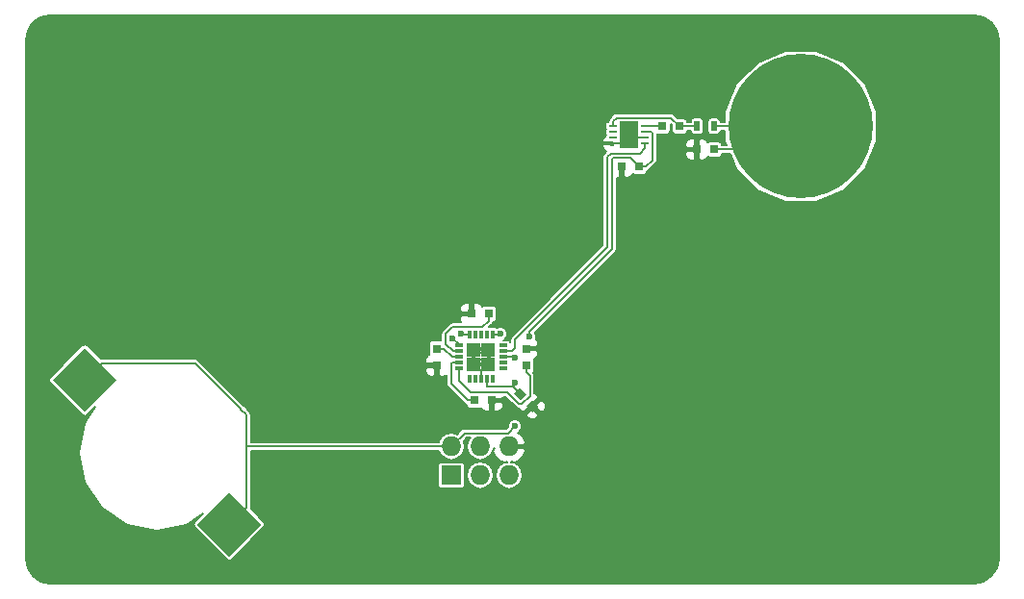
<source format=gtl>
G04 #@! TF.FileFunction,Copper,L1,Top,Signal*
%FSLAX46Y46*%
G04 Gerber Fmt 4.6, Leading zero omitted, Abs format (unit mm)*
G04 Created by KiCad (PCBNEW 4.0.5+dfsg1-4) date Tue Aug  8 22:54:49 2017*
%MOMM*%
%LPD*%
G01*
G04 APERTURE LIST*
%ADD10C,0.100000*%
%ADD11R,0.797560X0.797560*%
%ADD12R,0.730000X0.300000*%
%ADD13R,0.300000X0.730000*%
%ADD14R,1.250000X1.250000*%
%ADD15R,0.800000X0.750000*%
%ADD16R,0.500000X0.900000*%
%ADD17R,0.700000X0.250000*%
%ADD18R,0.830000X1.190000*%
%ADD19C,12.700000*%
%ADD20R,1.727200X1.727200*%
%ADD21O,1.727200X1.727200*%
%ADD22C,0.600000*%
%ADD23C,0.203200*%
G04 APERTURE END LIST*
D10*
G36*
X152569332Y-104839662D02*
X153099662Y-104309332D01*
X153665348Y-104875018D01*
X153135018Y-105405348D01*
X152569332Y-104839662D01*
X152569332Y-104839662D01*
G37*
G36*
X153629992Y-105900322D02*
X154160322Y-105369992D01*
X154726008Y-105935678D01*
X154195678Y-106466008D01*
X153629992Y-105900322D01*
X153629992Y-105900322D01*
G37*
D11*
X153670000Y-102349300D03*
X153670000Y-100850700D03*
X149110700Y-105410000D03*
X150609300Y-105410000D03*
X145796000Y-100850700D03*
X145796000Y-102349300D03*
X150355300Y-97790000D03*
X148856700Y-97790000D03*
D12*
X147708000Y-100584000D03*
X147708000Y-101084000D03*
X147708000Y-101584000D03*
X147708000Y-102084000D03*
X147708000Y-102584000D03*
D13*
X148673000Y-103549000D03*
X149173000Y-103549000D03*
X149673000Y-103549000D03*
X150173000Y-103549000D03*
X150673000Y-103549000D03*
D12*
X151638000Y-102584000D03*
X151638000Y-102084000D03*
X151638000Y-101584000D03*
X151638000Y-101084000D03*
X151638000Y-100584000D03*
D13*
X150673000Y-99619000D03*
X150173000Y-99619000D03*
X149673000Y-99619000D03*
X149173000Y-99619000D03*
X148673000Y-99619000D03*
D14*
X150298000Y-102209000D03*
X150298000Y-100959000D03*
X149048000Y-102209000D03*
X149048000Y-100959000D03*
D10*
G36*
X130364349Y-116359922D02*
X127535922Y-119188349D01*
X124707495Y-116359922D01*
X127535922Y-113531495D01*
X130364349Y-116359922D01*
X130364349Y-116359922D01*
G37*
G36*
X117636427Y-103632000D02*
X114808000Y-106460427D01*
X111979573Y-103632000D01*
X114808000Y-100803573D01*
X117636427Y-103632000D01*
X117636427Y-103632000D01*
G37*
D15*
X162064000Y-84836000D03*
X163564000Y-84836000D03*
X167120000Y-81280000D03*
X165620000Y-81280000D03*
X170168000Y-83312000D03*
X168668000Y-83312000D03*
D16*
X170168000Y-81280000D03*
X168668000Y-81280000D03*
D17*
X161284000Y-81280000D03*
X161284000Y-81780000D03*
X161284000Y-82280000D03*
X161284000Y-82780000D03*
X164084000Y-82780000D03*
X164084000Y-82280000D03*
X164084000Y-81780000D03*
X164084000Y-81280000D03*
D18*
X163099000Y-82625000D03*
X163099000Y-81435000D03*
X162269000Y-82625000D03*
X162269000Y-81435000D03*
D19*
X177800000Y-81280000D03*
D20*
X147066000Y-112014000D03*
D21*
X147066000Y-109474000D03*
X149606000Y-112014000D03*
X149606000Y-109474000D03*
X152146000Y-112014000D03*
X152146000Y-109474000D03*
D22*
X153924000Y-99822000D03*
X152654000Y-107696000D03*
X152654000Y-103886000D03*
X149048000Y-102209000D03*
X149048000Y-101188800D03*
X147162800Y-99941805D03*
X152668270Y-101629933D03*
X147866177Y-99553999D03*
X151384000Y-99568000D03*
D23*
X129020845Y-114874999D02*
X129020845Y-109474000D01*
X129020845Y-109474000D02*
X129020845Y-106680000D01*
X147066000Y-109474000D02*
X129020845Y-109474000D01*
X116292923Y-102147077D02*
X124499077Y-102147077D01*
X114808000Y-103632000D02*
X116292923Y-102147077D01*
X124499077Y-102147077D02*
X128524000Y-106172000D01*
X128524000Y-106172000D02*
X128524000Y-106183155D01*
X128524000Y-106183155D02*
X129020845Y-106680000D01*
X127535922Y-116359922D02*
X129020845Y-114874999D01*
X153924000Y-99822000D02*
X153924000Y-99380750D01*
X153924000Y-99380750D02*
X161188409Y-92116341D01*
X152044401Y-108305599D02*
X152654000Y-107696000D01*
X147066000Y-109474000D02*
X148234401Y-108305599D01*
X148234401Y-108305599D02*
X152044401Y-108305599D01*
X152146000Y-104218801D02*
X150274601Y-104218801D01*
X152478801Y-104218801D02*
X152146000Y-104218801D01*
X152478801Y-104218801D02*
X152654000Y-104043602D01*
X152654000Y-104043602D02*
X152654000Y-103886000D01*
X161188410Y-91694000D02*
X161188409Y-92116341D01*
X161188410Y-84175590D02*
X161188410Y-91694000D01*
X162777000Y-84074000D02*
X161290000Y-84074000D01*
X161290000Y-84074000D02*
X161188410Y-84175590D01*
X163564000Y-84836000D02*
X163539000Y-84836000D01*
X163539000Y-84836000D02*
X162777000Y-84074000D01*
X153117340Y-104857340D02*
X152478801Y-104218801D01*
X150274601Y-104218801D02*
X150218199Y-104162399D01*
X150218199Y-104162399D02*
X150218199Y-103594199D01*
X150218199Y-103594199D02*
X150173000Y-103549000D01*
X163564000Y-84836000D02*
X164167200Y-84836000D01*
X164167200Y-84836000D02*
X164738801Y-84264399D01*
X164738801Y-84264399D02*
X164738801Y-81881601D01*
X164738801Y-81881601D02*
X164637200Y-81780000D01*
X164637200Y-81780000D02*
X164084000Y-81780000D01*
X150298000Y-100959000D02*
X150743000Y-100959000D01*
X149048000Y-102209000D02*
X149673000Y-102834000D01*
X149673000Y-102834000D02*
X149673000Y-103549000D01*
X150298000Y-102209000D02*
X150298000Y-101380800D01*
X150129660Y-101365410D02*
X149953050Y-101188800D01*
X150298000Y-101380800D02*
X150282610Y-101365410D01*
X150282610Y-101365410D02*
X150129660Y-101365410D01*
X149953050Y-101188800D02*
X149048000Y-101188800D01*
X150298000Y-102209000D02*
X149891591Y-101802591D01*
X149891591Y-101802591D02*
X148879659Y-101802591D01*
X148879659Y-101802591D02*
X148641591Y-102040659D01*
X148641591Y-102040659D02*
X148641591Y-102209000D01*
X149048000Y-100959000D02*
X149048000Y-101188800D01*
X162269000Y-81435000D02*
X163099000Y-81435000D01*
X162269000Y-82625000D02*
X162269000Y-81435000D01*
X163099000Y-82625000D02*
X162269000Y-82625000D01*
X163099000Y-81435000D02*
X163099000Y-82625000D01*
X161284000Y-82780000D02*
X162114000Y-82780000D01*
X162114000Y-82780000D02*
X162269000Y-82625000D01*
X164084000Y-82280000D02*
X163444000Y-82280000D01*
X163444000Y-82280000D02*
X163099000Y-82625000D01*
X147708000Y-102584000D02*
X147708000Y-103647642D01*
X147708000Y-103647642D02*
X148766777Y-104706419D01*
X148766777Y-104706419D02*
X152005021Y-104706419D01*
X153008760Y-105710158D02*
X153261276Y-105710158D01*
X152005021Y-104706419D02*
X153008760Y-105710158D01*
X153970158Y-105001276D02*
X153970158Y-103251438D01*
X153261276Y-105710158D02*
X153970158Y-105001276D01*
X153970158Y-103251438D02*
X153670000Y-102951280D01*
X153670000Y-102951280D02*
X153670000Y-102349300D01*
X147708000Y-102084000D02*
X147144358Y-102084000D01*
X147144358Y-102084000D02*
X147038199Y-102190159D01*
X147038199Y-102190159D02*
X147038199Y-103939479D01*
X147038199Y-103939479D02*
X148508720Y-105410000D01*
X148508720Y-105410000D02*
X149110700Y-105410000D01*
X145796000Y-100850700D02*
X146397980Y-100850700D01*
X146397980Y-100850700D02*
X147131280Y-101584000D01*
X147131280Y-101584000D02*
X147139800Y-101584000D01*
X147139800Y-101584000D02*
X147708000Y-101584000D01*
X147708000Y-101084000D02*
X147206030Y-101084000D01*
X147206030Y-101084000D02*
X146558000Y-100435970D01*
X146558000Y-100435970D02*
X146558000Y-99568000D01*
X150355300Y-98391980D02*
X150355300Y-97790000D01*
X146558000Y-99568000D02*
X147176801Y-98949199D01*
X147176801Y-98949199D02*
X149798081Y-98949199D01*
X149798081Y-98949199D02*
X150355300Y-98391980D01*
X147708000Y-100584000D02*
X147708000Y-100487005D01*
X147708000Y-100487005D02*
X147162800Y-99941805D01*
X151638000Y-101584000D02*
X152622337Y-101584000D01*
X152622337Y-101584000D02*
X152668270Y-101629933D01*
X148673000Y-99619000D02*
X147931178Y-99619000D01*
X147931178Y-99619000D02*
X147866177Y-99553999D01*
X150673000Y-99619000D02*
X151333000Y-99619000D01*
X151333000Y-99619000D02*
X151384000Y-99568000D01*
X161284000Y-81280000D02*
X161284000Y-80861358D01*
X161284000Y-80861358D02*
X161610159Y-80535199D01*
X161610159Y-80535199D02*
X166350199Y-80535199D01*
X166350199Y-80535199D02*
X167095000Y-81280000D01*
X167095000Y-81280000D02*
X167120000Y-81280000D01*
X168668000Y-81280000D02*
X167120000Y-81280000D01*
X164084000Y-81280000D02*
X165620000Y-81280000D01*
X177800000Y-81280000D02*
X175768000Y-83312000D01*
X175768000Y-83312000D02*
X170168000Y-83312000D01*
X170168000Y-81280000D02*
X177800000Y-81280000D01*
X151638000Y-101084000D02*
X152408000Y-101084000D01*
X152408000Y-101084000D02*
X152654000Y-100838000D01*
X163615052Y-83667590D02*
X164084000Y-83198642D01*
X152654000Y-100838000D02*
X152654000Y-100076000D01*
X152654000Y-100076000D02*
X160782000Y-91948000D01*
X160782000Y-91948000D02*
X160782000Y-83977000D01*
X160782000Y-83977000D02*
X161091410Y-83667590D01*
X161091410Y-83667590D02*
X163615052Y-83667590D01*
X164084000Y-83198642D02*
X164084000Y-83108200D01*
X164084000Y-83108200D02*
X164084000Y-82780000D01*
G36*
X193863825Y-71671109D02*
X194562230Y-72137768D01*
X195028891Y-72836176D01*
X195200200Y-73697405D01*
X195200200Y-119342595D01*
X195028891Y-120203824D01*
X194562230Y-120902232D01*
X193863825Y-121368891D01*
X193002595Y-121540200D01*
X111797405Y-121540200D01*
X110936176Y-121368891D01*
X110237768Y-120902230D01*
X109771109Y-120203825D01*
X109599800Y-119342595D01*
X109599800Y-103627707D01*
X111668832Y-103627707D01*
X111691643Y-103748941D01*
X111759825Y-103851748D01*
X114588252Y-106680175D01*
X114683149Y-106745016D01*
X114803707Y-106771168D01*
X114924941Y-106748357D01*
X115027748Y-106680175D01*
X115764510Y-105943413D01*
X114815855Y-107363176D01*
X114292161Y-109995961D01*
X114815855Y-112628746D01*
X116307208Y-114860714D01*
X118539176Y-116352067D01*
X121171961Y-116875761D01*
X123804746Y-116352067D01*
X125224509Y-115403412D01*
X124487747Y-116140174D01*
X124422906Y-116235071D01*
X124396754Y-116355629D01*
X124419565Y-116476863D01*
X124487747Y-116579670D01*
X127316174Y-119408097D01*
X127411071Y-119472938D01*
X127531629Y-119499090D01*
X127652863Y-119476279D01*
X127755670Y-119408097D01*
X130584097Y-116579670D01*
X130648938Y-116484773D01*
X130675090Y-116364215D01*
X130652279Y-116242981D01*
X130584097Y-116140174D01*
X129409273Y-114965350D01*
X129427245Y-114874999D01*
X129427245Y-111150400D01*
X145891629Y-111150400D01*
X145891629Y-112877600D01*
X145912882Y-112990552D01*
X145979637Y-113094292D01*
X146081493Y-113163887D01*
X146202400Y-113188371D01*
X147929600Y-113188371D01*
X148042552Y-113167118D01*
X148146292Y-113100363D01*
X148215887Y-112998507D01*
X148240371Y-112877600D01*
X148240371Y-111991110D01*
X148437600Y-111991110D01*
X148437600Y-112036890D01*
X148526539Y-112484017D01*
X148779816Y-112863074D01*
X149158873Y-113116351D01*
X149606000Y-113205290D01*
X150053127Y-113116351D01*
X150432184Y-112863074D01*
X150685461Y-112484017D01*
X150774400Y-112036890D01*
X150774400Y-111991110D01*
X150685461Y-111543983D01*
X150432184Y-111164926D01*
X150053127Y-110911649D01*
X149606000Y-110822710D01*
X149158873Y-110911649D01*
X148779816Y-111164926D01*
X148526539Y-111543983D01*
X148437600Y-111991110D01*
X148240371Y-111991110D01*
X148240371Y-111150400D01*
X148219118Y-111037448D01*
X148152363Y-110933708D01*
X148050507Y-110864113D01*
X147929600Y-110839629D01*
X146202400Y-110839629D01*
X146089448Y-110860882D01*
X145985708Y-110927637D01*
X145916113Y-111029493D01*
X145891629Y-111150400D01*
X129427245Y-111150400D01*
X129427245Y-109880400D01*
X145973885Y-109880400D01*
X145986539Y-109944017D01*
X146239816Y-110323074D01*
X146618873Y-110576351D01*
X147066000Y-110665290D01*
X147513127Y-110576351D01*
X147892184Y-110323074D01*
X148145461Y-109944017D01*
X148234400Y-109496890D01*
X148234400Y-109451110D01*
X148145461Y-109003983D01*
X148131559Y-108983177D01*
X148402738Y-108711999D01*
X148721636Y-108711999D01*
X148526539Y-109003983D01*
X148437600Y-109451110D01*
X148437600Y-109496890D01*
X148526539Y-109944017D01*
X148779816Y-110323074D01*
X149158873Y-110576351D01*
X149606000Y-110665290D01*
X150053127Y-110576351D01*
X150432184Y-110323074D01*
X150685461Y-109944017D01*
X150748638Y-109626402D01*
X150833091Y-109626402D01*
X150722573Y-109853748D01*
X150976248Y-110369563D01*
X151408007Y-110749037D01*
X151766254Y-110897415D01*
X151993598Y-110785979D01*
X151993598Y-110853025D01*
X151698873Y-110911649D01*
X151319816Y-111164926D01*
X151066539Y-111543983D01*
X150977600Y-111991110D01*
X150977600Y-112036890D01*
X151066539Y-112484017D01*
X151319816Y-112863074D01*
X151698873Y-113116351D01*
X152146000Y-113205290D01*
X152593127Y-113116351D01*
X152972184Y-112863074D01*
X153225461Y-112484017D01*
X153314400Y-112036890D01*
X153314400Y-111991110D01*
X153225461Y-111543983D01*
X152972184Y-111164926D01*
X152593127Y-110911649D01*
X152298402Y-110853025D01*
X152298402Y-110785979D01*
X152525746Y-110897415D01*
X152883993Y-110749037D01*
X153315752Y-110369563D01*
X153569427Y-109853748D01*
X153458908Y-109626400D01*
X152298400Y-109626400D01*
X152298400Y-109646400D01*
X151993600Y-109646400D01*
X151993600Y-109626400D01*
X151973600Y-109626400D01*
X151973600Y-109321600D01*
X151993600Y-109321600D01*
X151993600Y-109301600D01*
X152298400Y-109301600D01*
X152298400Y-109321600D01*
X153458908Y-109321600D01*
X153569427Y-109094252D01*
X153315752Y-108578437D01*
X152927644Y-108237328D01*
X152996144Y-108209024D01*
X153166426Y-108039039D01*
X153258695Y-107816830D01*
X153258905Y-107576226D01*
X153167024Y-107353856D01*
X152997039Y-107183574D01*
X152774830Y-107091305D01*
X152534226Y-107091095D01*
X152311856Y-107182976D01*
X152141574Y-107352961D01*
X152049305Y-107575170D01*
X152049173Y-107726091D01*
X151876065Y-107899199D01*
X148234401Y-107899199D01*
X148078879Y-107930133D01*
X147947033Y-108018230D01*
X147561376Y-108403888D01*
X147513127Y-108371649D01*
X147066000Y-108282710D01*
X146618873Y-108371649D01*
X146239816Y-108624926D01*
X145986539Y-109003983D01*
X145973885Y-109067600D01*
X129427245Y-109067600D01*
X129427245Y-106680000D01*
X129414161Y-106614217D01*
X153697309Y-106614217D01*
X153697309Y-106829743D01*
X153850367Y-106982802D01*
X154074421Y-107075608D01*
X154316934Y-107075608D01*
X154540988Y-106982802D01*
X154676369Y-106847421D01*
X154676369Y-106631895D01*
X154178000Y-106133526D01*
X153697309Y-106614217D01*
X129414161Y-106614217D01*
X129396310Y-106524477D01*
X129308213Y-106392632D01*
X128833831Y-105918250D01*
X128811368Y-105884632D01*
X125580836Y-102654100D01*
X144787620Y-102654100D01*
X144787620Y-102869337D01*
X144880426Y-103093391D01*
X145051909Y-103264874D01*
X145275963Y-103357680D01*
X145491200Y-103357680D01*
X145643600Y-103205280D01*
X145643600Y-102501700D01*
X144940020Y-102501700D01*
X144787620Y-102654100D01*
X125580836Y-102654100D01*
X124786445Y-101859709D01*
X124753309Y-101837568D01*
X124740880Y-101829263D01*
X144787620Y-101829263D01*
X144787620Y-102044500D01*
X144940020Y-102196900D01*
X145643600Y-102196900D01*
X145643600Y-102176900D01*
X145948400Y-102176900D01*
X145948400Y-102196900D01*
X145968400Y-102196900D01*
X145968400Y-102501700D01*
X145948400Y-102501700D01*
X145948400Y-103205280D01*
X146100800Y-103357680D01*
X146316037Y-103357680D01*
X146540091Y-103264874D01*
X146631799Y-103173166D01*
X146631799Y-103939479D01*
X146662734Y-104095002D01*
X146707768Y-104162399D01*
X146750831Y-104226847D01*
X148221352Y-105697368D01*
X148353197Y-105785465D01*
X148401149Y-105795003D01*
X148401149Y-105808780D01*
X148422402Y-105921732D01*
X148489157Y-106025472D01*
X148591013Y-106095067D01*
X148711920Y-106119551D01*
X149509480Y-106119551D01*
X149622432Y-106098298D01*
X149660476Y-106073817D01*
X149693726Y-106154091D01*
X149865209Y-106325574D01*
X150089263Y-106418380D01*
X150304500Y-106418380D01*
X150456900Y-106265980D01*
X150456900Y-105562400D01*
X150761700Y-105562400D01*
X150761700Y-106265980D01*
X150914100Y-106418380D01*
X151129337Y-106418380D01*
X151353391Y-106325574D01*
X151524874Y-106154091D01*
X151617680Y-105930037D01*
X151617680Y-105714800D01*
X151465280Y-105562400D01*
X150761700Y-105562400D01*
X150456900Y-105562400D01*
X150436900Y-105562400D01*
X150436900Y-105257600D01*
X150456900Y-105257600D01*
X150456900Y-105237600D01*
X150761700Y-105237600D01*
X150761700Y-105257600D01*
X151465280Y-105257600D01*
X151610061Y-105112819D01*
X151836685Y-105112819D01*
X152721392Y-105997526D01*
X152853237Y-106085623D01*
X153008760Y-106116558D01*
X153059734Y-106116558D01*
X153113198Y-106245633D01*
X153266257Y-106398691D01*
X153481783Y-106398691D01*
X153962474Y-105918000D01*
X154393526Y-105918000D01*
X154891895Y-106416369D01*
X155107421Y-106416369D01*
X155242802Y-106280988D01*
X155335608Y-106056934D01*
X155335608Y-105814421D01*
X155242802Y-105590367D01*
X155089743Y-105437309D01*
X154874217Y-105437309D01*
X154393526Y-105918000D01*
X153962474Y-105918000D01*
X153948332Y-105903858D01*
X154163858Y-105688332D01*
X154178000Y-105702474D01*
X154658691Y-105221783D01*
X154658691Y-105006257D01*
X154505633Y-104853198D01*
X154376558Y-104799734D01*
X154376558Y-103251438D01*
X154363144Y-103184000D01*
X154345624Y-103095916D01*
X154269094Y-102981382D01*
X154285472Y-102970843D01*
X154355067Y-102868987D01*
X154379551Y-102748080D01*
X154379551Y-101950520D01*
X154358298Y-101837568D01*
X154333817Y-101799524D01*
X154414091Y-101766274D01*
X154585574Y-101594791D01*
X154678380Y-101370737D01*
X154678380Y-101155500D01*
X154525980Y-101003100D01*
X153822400Y-101003100D01*
X153822400Y-101023100D01*
X153517600Y-101023100D01*
X153517600Y-101003100D01*
X153497600Y-101003100D01*
X153497600Y-100698300D01*
X153517600Y-100698300D01*
X153517600Y-100678300D01*
X153822400Y-100678300D01*
X153822400Y-100698300D01*
X154525980Y-100698300D01*
X154678380Y-100545900D01*
X154678380Y-100330663D01*
X154585574Y-100106609D01*
X154497330Y-100018365D01*
X154528695Y-99942830D01*
X154528905Y-99702226D01*
X154437024Y-99479856D01*
X154418343Y-99461143D01*
X161475777Y-92403709D01*
X161493300Y-92377485D01*
X161563874Y-92271865D01*
X161594809Y-92116342D01*
X161594810Y-91694001D01*
X161594810Y-85820600D01*
X161759200Y-85820600D01*
X161911600Y-85668200D01*
X161911600Y-84988400D01*
X161891600Y-84988400D01*
X161891600Y-84683600D01*
X161911600Y-84683600D01*
X161911600Y-84663600D01*
X162216400Y-84663600D01*
X162216400Y-84683600D01*
X162236400Y-84683600D01*
X162236400Y-84988400D01*
X162216400Y-84988400D01*
X162216400Y-85668200D01*
X162368800Y-85820600D01*
X162585257Y-85820600D01*
X162809311Y-85727794D01*
X162980794Y-85556311D01*
X163013592Y-85477130D01*
X163043093Y-85497287D01*
X163164000Y-85521771D01*
X163964000Y-85521771D01*
X164076952Y-85500518D01*
X164180692Y-85433763D01*
X164250287Y-85331907D01*
X164272660Y-85221423D01*
X164322723Y-85211465D01*
X164454568Y-85123368D01*
X165026169Y-84551767D01*
X165028264Y-84548632D01*
X165114266Y-84419922D01*
X165145201Y-84264399D01*
X165145201Y-83616800D01*
X167658400Y-83616800D01*
X167658400Y-83808257D01*
X167751206Y-84032311D01*
X167922689Y-84203794D01*
X168146743Y-84296600D01*
X168363200Y-84296600D01*
X168515600Y-84144200D01*
X168515600Y-83464400D01*
X167810800Y-83464400D01*
X167658400Y-83616800D01*
X165145201Y-83616800D01*
X165145201Y-82815743D01*
X167658400Y-82815743D01*
X167658400Y-83007200D01*
X167810800Y-83159600D01*
X168515600Y-83159600D01*
X168515600Y-82479800D01*
X168820400Y-82479800D01*
X168820400Y-83159600D01*
X168840400Y-83159600D01*
X168840400Y-83464400D01*
X168820400Y-83464400D01*
X168820400Y-84144200D01*
X168972800Y-84296600D01*
X169189257Y-84296600D01*
X169413311Y-84203794D01*
X169584794Y-84032311D01*
X169617592Y-83953130D01*
X169647093Y-83973287D01*
X169768000Y-83997771D01*
X170568000Y-83997771D01*
X170680952Y-83976518D01*
X170784692Y-83909763D01*
X170854287Y-83807907D01*
X170872412Y-83718400D01*
X171607023Y-83718400D01*
X172155046Y-85044717D01*
X174025437Y-86918375D01*
X176470471Y-87933642D01*
X179117914Y-87935952D01*
X181564717Y-86924954D01*
X183438375Y-85054563D01*
X184453642Y-82609529D01*
X184455952Y-79962086D01*
X183444954Y-77515283D01*
X181574563Y-75641625D01*
X179129529Y-74626358D01*
X176482086Y-74624048D01*
X174035283Y-75635046D01*
X172161625Y-77505437D01*
X171146358Y-79950471D01*
X171145553Y-80873600D01*
X170728771Y-80873600D01*
X170728771Y-80830000D01*
X170707518Y-80717048D01*
X170640763Y-80613308D01*
X170538907Y-80543713D01*
X170418000Y-80519229D01*
X169918000Y-80519229D01*
X169805048Y-80540482D01*
X169701308Y-80607237D01*
X169631713Y-80709093D01*
X169607229Y-80830000D01*
X169607229Y-81730000D01*
X169628482Y-81842952D01*
X169695237Y-81946692D01*
X169797093Y-82016287D01*
X169918000Y-82040771D01*
X170418000Y-82040771D01*
X170530952Y-82019518D01*
X170634692Y-81952763D01*
X170704287Y-81850907D01*
X170728771Y-81730000D01*
X170728771Y-81686400D01*
X171144843Y-81686400D01*
X171144048Y-82597914D01*
X171271181Y-82905600D01*
X170872863Y-82905600D01*
X170857518Y-82824048D01*
X170790763Y-82720308D01*
X170688907Y-82650713D01*
X170568000Y-82626229D01*
X169768000Y-82626229D01*
X169655048Y-82647482D01*
X169617825Y-82671434D01*
X169584794Y-82591689D01*
X169413311Y-82420206D01*
X169189257Y-82327400D01*
X168972800Y-82327400D01*
X168820400Y-82479800D01*
X168515600Y-82479800D01*
X168363200Y-82327400D01*
X168146743Y-82327400D01*
X167922689Y-82420206D01*
X167751206Y-82591689D01*
X167658400Y-82815743D01*
X165145201Y-82815743D01*
X165145201Y-81950624D01*
X165220000Y-81965771D01*
X166020000Y-81965771D01*
X166132952Y-81944518D01*
X166236692Y-81877763D01*
X166306287Y-81775907D01*
X166330771Y-81655000D01*
X166330771Y-81090507D01*
X166409229Y-81168965D01*
X166409229Y-81655000D01*
X166430482Y-81767952D01*
X166497237Y-81871692D01*
X166599093Y-81941287D01*
X166720000Y-81965771D01*
X167520000Y-81965771D01*
X167632952Y-81944518D01*
X167736692Y-81877763D01*
X167806287Y-81775907D01*
X167824412Y-81686400D01*
X168107229Y-81686400D01*
X168107229Y-81730000D01*
X168128482Y-81842952D01*
X168195237Y-81946692D01*
X168297093Y-82016287D01*
X168418000Y-82040771D01*
X168918000Y-82040771D01*
X169030952Y-82019518D01*
X169134692Y-81952763D01*
X169204287Y-81850907D01*
X169228771Y-81730000D01*
X169228771Y-80830000D01*
X169207518Y-80717048D01*
X169140763Y-80613308D01*
X169038907Y-80543713D01*
X168918000Y-80519229D01*
X168418000Y-80519229D01*
X168305048Y-80540482D01*
X168201308Y-80607237D01*
X168131713Y-80709093D01*
X168107229Y-80830000D01*
X168107229Y-80873600D01*
X167824863Y-80873600D01*
X167809518Y-80792048D01*
X167742763Y-80688308D01*
X167640907Y-80618713D01*
X167520000Y-80594229D01*
X166983965Y-80594229D01*
X166637567Y-80247831D01*
X166611480Y-80230400D01*
X166505722Y-80159734D01*
X166350199Y-80128799D01*
X161610159Y-80128799D01*
X161454636Y-80159734D01*
X161322790Y-80247831D01*
X160996632Y-80573990D01*
X160908535Y-80705835D01*
X160878947Y-80854588D01*
X160821048Y-80865482D01*
X160717308Y-80932237D01*
X160647713Y-81034093D01*
X160623229Y-81155000D01*
X160623229Y-81405000D01*
X160644482Y-81517952D01*
X160651398Y-81528700D01*
X160647713Y-81534093D01*
X160623229Y-81655000D01*
X160623229Y-81905000D01*
X160644482Y-82017952D01*
X160651398Y-82028700D01*
X160647713Y-82034093D01*
X160630104Y-82121052D01*
X160588689Y-82138206D01*
X160417206Y-82309689D01*
X160324400Y-82533743D01*
X160324400Y-82565100D01*
X160476800Y-82717500D01*
X161131600Y-82717500D01*
X161131600Y-82715771D01*
X161244400Y-82715771D01*
X161244400Y-82777402D01*
X161396798Y-82777402D01*
X161269200Y-82905000D01*
X161131600Y-82905000D01*
X161131600Y-82842500D01*
X160476800Y-82842500D01*
X160324400Y-82994900D01*
X160324400Y-83026257D01*
X160417206Y-83250311D01*
X160588689Y-83421794D01*
X160711571Y-83472693D01*
X160494632Y-83689632D01*
X160406535Y-83821477D01*
X160375600Y-83977000D01*
X160375600Y-91779664D01*
X152366632Y-99788632D01*
X152278535Y-99920477D01*
X152247600Y-100076000D01*
X152247600Y-100251244D01*
X152225763Y-100217308D01*
X152123907Y-100147713D01*
X152003000Y-100123229D01*
X151624000Y-100123229D01*
X151726144Y-100081024D01*
X151896426Y-99911039D01*
X151988695Y-99688830D01*
X151988905Y-99448226D01*
X151897024Y-99225856D01*
X151727039Y-99055574D01*
X151504830Y-98963305D01*
X151264226Y-98963095D01*
X151053924Y-99049990D01*
X151045763Y-99037308D01*
X150943907Y-98967713D01*
X150823000Y-98943229D01*
X150523000Y-98943229D01*
X150419328Y-98962736D01*
X150369392Y-98952624D01*
X150642668Y-98679348D01*
X150664964Y-98645980D01*
X150730765Y-98547503D01*
X150740303Y-98499551D01*
X150754080Y-98499551D01*
X150867032Y-98478298D01*
X150970772Y-98411543D01*
X151040367Y-98309687D01*
X151064851Y-98188780D01*
X151064851Y-97391220D01*
X151043598Y-97278268D01*
X150976843Y-97174528D01*
X150874987Y-97104933D01*
X150754080Y-97080449D01*
X149956520Y-97080449D01*
X149843568Y-97101702D01*
X149805524Y-97126183D01*
X149772274Y-97045909D01*
X149600791Y-96874426D01*
X149376737Y-96781620D01*
X149161500Y-96781620D01*
X149009100Y-96934020D01*
X149009100Y-97637600D01*
X149029100Y-97637600D01*
X149029100Y-97942400D01*
X149009100Y-97942400D01*
X149009100Y-97962400D01*
X148704300Y-97962400D01*
X148704300Y-97942400D01*
X148000720Y-97942400D01*
X147848320Y-98094800D01*
X147848320Y-98310037D01*
X147941126Y-98534091D01*
X147949834Y-98542799D01*
X147176801Y-98542799D01*
X147021278Y-98573734D01*
X146889433Y-98661831D01*
X146270632Y-99280632D01*
X146182535Y-99412477D01*
X146151600Y-99568000D01*
X146151600Y-100141149D01*
X145397220Y-100141149D01*
X145284268Y-100162402D01*
X145180528Y-100229157D01*
X145110933Y-100331013D01*
X145086449Y-100451920D01*
X145086449Y-101249480D01*
X145107702Y-101362432D01*
X145132183Y-101400476D01*
X145051909Y-101433726D01*
X144880426Y-101605209D01*
X144787620Y-101829263D01*
X124740880Y-101829263D01*
X124654600Y-101771612D01*
X124499077Y-101740677D01*
X116292923Y-101740677D01*
X116202572Y-101758649D01*
X115027748Y-100583825D01*
X114932851Y-100518984D01*
X114812293Y-100492832D01*
X114691059Y-100515643D01*
X114588252Y-100583825D01*
X111759825Y-103412252D01*
X111694984Y-103507149D01*
X111668832Y-103627707D01*
X109599800Y-103627707D01*
X109599800Y-97269963D01*
X147848320Y-97269963D01*
X147848320Y-97485200D01*
X148000720Y-97637600D01*
X148704300Y-97637600D01*
X148704300Y-96934020D01*
X148551900Y-96781620D01*
X148336663Y-96781620D01*
X148112609Y-96874426D01*
X147941126Y-97045909D01*
X147848320Y-97269963D01*
X109599800Y-97269963D01*
X109599800Y-73697405D01*
X109771109Y-72836175D01*
X110237768Y-72137770D01*
X110936176Y-71671109D01*
X111797405Y-71499800D01*
X193002595Y-71499800D01*
X193863825Y-71671109D01*
X193863825Y-71671109D01*
G37*
X193863825Y-71671109D02*
X194562230Y-72137768D01*
X195028891Y-72836176D01*
X195200200Y-73697405D01*
X195200200Y-119342595D01*
X195028891Y-120203824D01*
X194562230Y-120902232D01*
X193863825Y-121368891D01*
X193002595Y-121540200D01*
X111797405Y-121540200D01*
X110936176Y-121368891D01*
X110237768Y-120902230D01*
X109771109Y-120203825D01*
X109599800Y-119342595D01*
X109599800Y-103627707D01*
X111668832Y-103627707D01*
X111691643Y-103748941D01*
X111759825Y-103851748D01*
X114588252Y-106680175D01*
X114683149Y-106745016D01*
X114803707Y-106771168D01*
X114924941Y-106748357D01*
X115027748Y-106680175D01*
X115764510Y-105943413D01*
X114815855Y-107363176D01*
X114292161Y-109995961D01*
X114815855Y-112628746D01*
X116307208Y-114860714D01*
X118539176Y-116352067D01*
X121171961Y-116875761D01*
X123804746Y-116352067D01*
X125224509Y-115403412D01*
X124487747Y-116140174D01*
X124422906Y-116235071D01*
X124396754Y-116355629D01*
X124419565Y-116476863D01*
X124487747Y-116579670D01*
X127316174Y-119408097D01*
X127411071Y-119472938D01*
X127531629Y-119499090D01*
X127652863Y-119476279D01*
X127755670Y-119408097D01*
X130584097Y-116579670D01*
X130648938Y-116484773D01*
X130675090Y-116364215D01*
X130652279Y-116242981D01*
X130584097Y-116140174D01*
X129409273Y-114965350D01*
X129427245Y-114874999D01*
X129427245Y-111150400D01*
X145891629Y-111150400D01*
X145891629Y-112877600D01*
X145912882Y-112990552D01*
X145979637Y-113094292D01*
X146081493Y-113163887D01*
X146202400Y-113188371D01*
X147929600Y-113188371D01*
X148042552Y-113167118D01*
X148146292Y-113100363D01*
X148215887Y-112998507D01*
X148240371Y-112877600D01*
X148240371Y-111991110D01*
X148437600Y-111991110D01*
X148437600Y-112036890D01*
X148526539Y-112484017D01*
X148779816Y-112863074D01*
X149158873Y-113116351D01*
X149606000Y-113205290D01*
X150053127Y-113116351D01*
X150432184Y-112863074D01*
X150685461Y-112484017D01*
X150774400Y-112036890D01*
X150774400Y-111991110D01*
X150685461Y-111543983D01*
X150432184Y-111164926D01*
X150053127Y-110911649D01*
X149606000Y-110822710D01*
X149158873Y-110911649D01*
X148779816Y-111164926D01*
X148526539Y-111543983D01*
X148437600Y-111991110D01*
X148240371Y-111991110D01*
X148240371Y-111150400D01*
X148219118Y-111037448D01*
X148152363Y-110933708D01*
X148050507Y-110864113D01*
X147929600Y-110839629D01*
X146202400Y-110839629D01*
X146089448Y-110860882D01*
X145985708Y-110927637D01*
X145916113Y-111029493D01*
X145891629Y-111150400D01*
X129427245Y-111150400D01*
X129427245Y-109880400D01*
X145973885Y-109880400D01*
X145986539Y-109944017D01*
X146239816Y-110323074D01*
X146618873Y-110576351D01*
X147066000Y-110665290D01*
X147513127Y-110576351D01*
X147892184Y-110323074D01*
X148145461Y-109944017D01*
X148234400Y-109496890D01*
X148234400Y-109451110D01*
X148145461Y-109003983D01*
X148131559Y-108983177D01*
X148402738Y-108711999D01*
X148721636Y-108711999D01*
X148526539Y-109003983D01*
X148437600Y-109451110D01*
X148437600Y-109496890D01*
X148526539Y-109944017D01*
X148779816Y-110323074D01*
X149158873Y-110576351D01*
X149606000Y-110665290D01*
X150053127Y-110576351D01*
X150432184Y-110323074D01*
X150685461Y-109944017D01*
X150748638Y-109626402D01*
X150833091Y-109626402D01*
X150722573Y-109853748D01*
X150976248Y-110369563D01*
X151408007Y-110749037D01*
X151766254Y-110897415D01*
X151993598Y-110785979D01*
X151993598Y-110853025D01*
X151698873Y-110911649D01*
X151319816Y-111164926D01*
X151066539Y-111543983D01*
X150977600Y-111991110D01*
X150977600Y-112036890D01*
X151066539Y-112484017D01*
X151319816Y-112863074D01*
X151698873Y-113116351D01*
X152146000Y-113205290D01*
X152593127Y-113116351D01*
X152972184Y-112863074D01*
X153225461Y-112484017D01*
X153314400Y-112036890D01*
X153314400Y-111991110D01*
X153225461Y-111543983D01*
X152972184Y-111164926D01*
X152593127Y-110911649D01*
X152298402Y-110853025D01*
X152298402Y-110785979D01*
X152525746Y-110897415D01*
X152883993Y-110749037D01*
X153315752Y-110369563D01*
X153569427Y-109853748D01*
X153458908Y-109626400D01*
X152298400Y-109626400D01*
X152298400Y-109646400D01*
X151993600Y-109646400D01*
X151993600Y-109626400D01*
X151973600Y-109626400D01*
X151973600Y-109321600D01*
X151993600Y-109321600D01*
X151993600Y-109301600D01*
X152298400Y-109301600D01*
X152298400Y-109321600D01*
X153458908Y-109321600D01*
X153569427Y-109094252D01*
X153315752Y-108578437D01*
X152927644Y-108237328D01*
X152996144Y-108209024D01*
X153166426Y-108039039D01*
X153258695Y-107816830D01*
X153258905Y-107576226D01*
X153167024Y-107353856D01*
X152997039Y-107183574D01*
X152774830Y-107091305D01*
X152534226Y-107091095D01*
X152311856Y-107182976D01*
X152141574Y-107352961D01*
X152049305Y-107575170D01*
X152049173Y-107726091D01*
X151876065Y-107899199D01*
X148234401Y-107899199D01*
X148078879Y-107930133D01*
X147947033Y-108018230D01*
X147561376Y-108403888D01*
X147513127Y-108371649D01*
X147066000Y-108282710D01*
X146618873Y-108371649D01*
X146239816Y-108624926D01*
X145986539Y-109003983D01*
X145973885Y-109067600D01*
X129427245Y-109067600D01*
X129427245Y-106680000D01*
X129414161Y-106614217D01*
X153697309Y-106614217D01*
X153697309Y-106829743D01*
X153850367Y-106982802D01*
X154074421Y-107075608D01*
X154316934Y-107075608D01*
X154540988Y-106982802D01*
X154676369Y-106847421D01*
X154676369Y-106631895D01*
X154178000Y-106133526D01*
X153697309Y-106614217D01*
X129414161Y-106614217D01*
X129396310Y-106524477D01*
X129308213Y-106392632D01*
X128833831Y-105918250D01*
X128811368Y-105884632D01*
X125580836Y-102654100D01*
X144787620Y-102654100D01*
X144787620Y-102869337D01*
X144880426Y-103093391D01*
X145051909Y-103264874D01*
X145275963Y-103357680D01*
X145491200Y-103357680D01*
X145643600Y-103205280D01*
X145643600Y-102501700D01*
X144940020Y-102501700D01*
X144787620Y-102654100D01*
X125580836Y-102654100D01*
X124786445Y-101859709D01*
X124753309Y-101837568D01*
X124740880Y-101829263D01*
X144787620Y-101829263D01*
X144787620Y-102044500D01*
X144940020Y-102196900D01*
X145643600Y-102196900D01*
X145643600Y-102176900D01*
X145948400Y-102176900D01*
X145948400Y-102196900D01*
X145968400Y-102196900D01*
X145968400Y-102501700D01*
X145948400Y-102501700D01*
X145948400Y-103205280D01*
X146100800Y-103357680D01*
X146316037Y-103357680D01*
X146540091Y-103264874D01*
X146631799Y-103173166D01*
X146631799Y-103939479D01*
X146662734Y-104095002D01*
X146707768Y-104162399D01*
X146750831Y-104226847D01*
X148221352Y-105697368D01*
X148353197Y-105785465D01*
X148401149Y-105795003D01*
X148401149Y-105808780D01*
X148422402Y-105921732D01*
X148489157Y-106025472D01*
X148591013Y-106095067D01*
X148711920Y-106119551D01*
X149509480Y-106119551D01*
X149622432Y-106098298D01*
X149660476Y-106073817D01*
X149693726Y-106154091D01*
X149865209Y-106325574D01*
X150089263Y-106418380D01*
X150304500Y-106418380D01*
X150456900Y-106265980D01*
X150456900Y-105562400D01*
X150761700Y-105562400D01*
X150761700Y-106265980D01*
X150914100Y-106418380D01*
X151129337Y-106418380D01*
X151353391Y-106325574D01*
X151524874Y-106154091D01*
X151617680Y-105930037D01*
X151617680Y-105714800D01*
X151465280Y-105562400D01*
X150761700Y-105562400D01*
X150456900Y-105562400D01*
X150436900Y-105562400D01*
X150436900Y-105257600D01*
X150456900Y-105257600D01*
X150456900Y-105237600D01*
X150761700Y-105237600D01*
X150761700Y-105257600D01*
X151465280Y-105257600D01*
X151610061Y-105112819D01*
X151836685Y-105112819D01*
X152721392Y-105997526D01*
X152853237Y-106085623D01*
X153008760Y-106116558D01*
X153059734Y-106116558D01*
X153113198Y-106245633D01*
X153266257Y-106398691D01*
X153481783Y-106398691D01*
X153962474Y-105918000D01*
X154393526Y-105918000D01*
X154891895Y-106416369D01*
X155107421Y-106416369D01*
X155242802Y-106280988D01*
X155335608Y-106056934D01*
X155335608Y-105814421D01*
X155242802Y-105590367D01*
X155089743Y-105437309D01*
X154874217Y-105437309D01*
X154393526Y-105918000D01*
X153962474Y-105918000D01*
X153948332Y-105903858D01*
X154163858Y-105688332D01*
X154178000Y-105702474D01*
X154658691Y-105221783D01*
X154658691Y-105006257D01*
X154505633Y-104853198D01*
X154376558Y-104799734D01*
X154376558Y-103251438D01*
X154363144Y-103184000D01*
X154345624Y-103095916D01*
X154269094Y-102981382D01*
X154285472Y-102970843D01*
X154355067Y-102868987D01*
X154379551Y-102748080D01*
X154379551Y-101950520D01*
X154358298Y-101837568D01*
X154333817Y-101799524D01*
X154414091Y-101766274D01*
X154585574Y-101594791D01*
X154678380Y-101370737D01*
X154678380Y-101155500D01*
X154525980Y-101003100D01*
X153822400Y-101003100D01*
X153822400Y-101023100D01*
X153517600Y-101023100D01*
X153517600Y-101003100D01*
X153497600Y-101003100D01*
X153497600Y-100698300D01*
X153517600Y-100698300D01*
X153517600Y-100678300D01*
X153822400Y-100678300D01*
X153822400Y-100698300D01*
X154525980Y-100698300D01*
X154678380Y-100545900D01*
X154678380Y-100330663D01*
X154585574Y-100106609D01*
X154497330Y-100018365D01*
X154528695Y-99942830D01*
X154528905Y-99702226D01*
X154437024Y-99479856D01*
X154418343Y-99461143D01*
X161475777Y-92403709D01*
X161493300Y-92377485D01*
X161563874Y-92271865D01*
X161594809Y-92116342D01*
X161594810Y-91694001D01*
X161594810Y-85820600D01*
X161759200Y-85820600D01*
X161911600Y-85668200D01*
X161911600Y-84988400D01*
X161891600Y-84988400D01*
X161891600Y-84683600D01*
X161911600Y-84683600D01*
X161911600Y-84663600D01*
X162216400Y-84663600D01*
X162216400Y-84683600D01*
X162236400Y-84683600D01*
X162236400Y-84988400D01*
X162216400Y-84988400D01*
X162216400Y-85668200D01*
X162368800Y-85820600D01*
X162585257Y-85820600D01*
X162809311Y-85727794D01*
X162980794Y-85556311D01*
X163013592Y-85477130D01*
X163043093Y-85497287D01*
X163164000Y-85521771D01*
X163964000Y-85521771D01*
X164076952Y-85500518D01*
X164180692Y-85433763D01*
X164250287Y-85331907D01*
X164272660Y-85221423D01*
X164322723Y-85211465D01*
X164454568Y-85123368D01*
X165026169Y-84551767D01*
X165028264Y-84548632D01*
X165114266Y-84419922D01*
X165145201Y-84264399D01*
X165145201Y-83616800D01*
X167658400Y-83616800D01*
X167658400Y-83808257D01*
X167751206Y-84032311D01*
X167922689Y-84203794D01*
X168146743Y-84296600D01*
X168363200Y-84296600D01*
X168515600Y-84144200D01*
X168515600Y-83464400D01*
X167810800Y-83464400D01*
X167658400Y-83616800D01*
X165145201Y-83616800D01*
X165145201Y-82815743D01*
X167658400Y-82815743D01*
X167658400Y-83007200D01*
X167810800Y-83159600D01*
X168515600Y-83159600D01*
X168515600Y-82479800D01*
X168820400Y-82479800D01*
X168820400Y-83159600D01*
X168840400Y-83159600D01*
X168840400Y-83464400D01*
X168820400Y-83464400D01*
X168820400Y-84144200D01*
X168972800Y-84296600D01*
X169189257Y-84296600D01*
X169413311Y-84203794D01*
X169584794Y-84032311D01*
X169617592Y-83953130D01*
X169647093Y-83973287D01*
X169768000Y-83997771D01*
X170568000Y-83997771D01*
X170680952Y-83976518D01*
X170784692Y-83909763D01*
X170854287Y-83807907D01*
X170872412Y-83718400D01*
X171607023Y-83718400D01*
X172155046Y-85044717D01*
X174025437Y-86918375D01*
X176470471Y-87933642D01*
X179117914Y-87935952D01*
X181564717Y-86924954D01*
X183438375Y-85054563D01*
X184453642Y-82609529D01*
X184455952Y-79962086D01*
X183444954Y-77515283D01*
X181574563Y-75641625D01*
X179129529Y-74626358D01*
X176482086Y-74624048D01*
X174035283Y-75635046D01*
X172161625Y-77505437D01*
X171146358Y-79950471D01*
X171145553Y-80873600D01*
X170728771Y-80873600D01*
X170728771Y-80830000D01*
X170707518Y-80717048D01*
X170640763Y-80613308D01*
X170538907Y-80543713D01*
X170418000Y-80519229D01*
X169918000Y-80519229D01*
X169805048Y-80540482D01*
X169701308Y-80607237D01*
X169631713Y-80709093D01*
X169607229Y-80830000D01*
X169607229Y-81730000D01*
X169628482Y-81842952D01*
X169695237Y-81946692D01*
X169797093Y-82016287D01*
X169918000Y-82040771D01*
X170418000Y-82040771D01*
X170530952Y-82019518D01*
X170634692Y-81952763D01*
X170704287Y-81850907D01*
X170728771Y-81730000D01*
X170728771Y-81686400D01*
X171144843Y-81686400D01*
X171144048Y-82597914D01*
X171271181Y-82905600D01*
X170872863Y-82905600D01*
X170857518Y-82824048D01*
X170790763Y-82720308D01*
X170688907Y-82650713D01*
X170568000Y-82626229D01*
X169768000Y-82626229D01*
X169655048Y-82647482D01*
X169617825Y-82671434D01*
X169584794Y-82591689D01*
X169413311Y-82420206D01*
X169189257Y-82327400D01*
X168972800Y-82327400D01*
X168820400Y-82479800D01*
X168515600Y-82479800D01*
X168363200Y-82327400D01*
X168146743Y-82327400D01*
X167922689Y-82420206D01*
X167751206Y-82591689D01*
X167658400Y-82815743D01*
X165145201Y-82815743D01*
X165145201Y-81950624D01*
X165220000Y-81965771D01*
X166020000Y-81965771D01*
X166132952Y-81944518D01*
X166236692Y-81877763D01*
X166306287Y-81775907D01*
X166330771Y-81655000D01*
X166330771Y-81090507D01*
X166409229Y-81168965D01*
X166409229Y-81655000D01*
X166430482Y-81767952D01*
X166497237Y-81871692D01*
X166599093Y-81941287D01*
X166720000Y-81965771D01*
X167520000Y-81965771D01*
X167632952Y-81944518D01*
X167736692Y-81877763D01*
X167806287Y-81775907D01*
X167824412Y-81686400D01*
X168107229Y-81686400D01*
X168107229Y-81730000D01*
X168128482Y-81842952D01*
X168195237Y-81946692D01*
X168297093Y-82016287D01*
X168418000Y-82040771D01*
X168918000Y-82040771D01*
X169030952Y-82019518D01*
X169134692Y-81952763D01*
X169204287Y-81850907D01*
X169228771Y-81730000D01*
X169228771Y-80830000D01*
X169207518Y-80717048D01*
X169140763Y-80613308D01*
X169038907Y-80543713D01*
X168918000Y-80519229D01*
X168418000Y-80519229D01*
X168305048Y-80540482D01*
X168201308Y-80607237D01*
X168131713Y-80709093D01*
X168107229Y-80830000D01*
X168107229Y-80873600D01*
X167824863Y-80873600D01*
X167809518Y-80792048D01*
X167742763Y-80688308D01*
X167640907Y-80618713D01*
X167520000Y-80594229D01*
X166983965Y-80594229D01*
X166637567Y-80247831D01*
X166611480Y-80230400D01*
X166505722Y-80159734D01*
X166350199Y-80128799D01*
X161610159Y-80128799D01*
X161454636Y-80159734D01*
X161322790Y-80247831D01*
X160996632Y-80573990D01*
X160908535Y-80705835D01*
X160878947Y-80854588D01*
X160821048Y-80865482D01*
X160717308Y-80932237D01*
X160647713Y-81034093D01*
X160623229Y-81155000D01*
X160623229Y-81405000D01*
X160644482Y-81517952D01*
X160651398Y-81528700D01*
X160647713Y-81534093D01*
X160623229Y-81655000D01*
X160623229Y-81905000D01*
X160644482Y-82017952D01*
X160651398Y-82028700D01*
X160647713Y-82034093D01*
X160630104Y-82121052D01*
X160588689Y-82138206D01*
X160417206Y-82309689D01*
X160324400Y-82533743D01*
X160324400Y-82565100D01*
X160476800Y-82717500D01*
X161131600Y-82717500D01*
X161131600Y-82715771D01*
X161244400Y-82715771D01*
X161244400Y-82777402D01*
X161396798Y-82777402D01*
X161269200Y-82905000D01*
X161131600Y-82905000D01*
X161131600Y-82842500D01*
X160476800Y-82842500D01*
X160324400Y-82994900D01*
X160324400Y-83026257D01*
X160417206Y-83250311D01*
X160588689Y-83421794D01*
X160711571Y-83472693D01*
X160494632Y-83689632D01*
X160406535Y-83821477D01*
X160375600Y-83977000D01*
X160375600Y-91779664D01*
X152366632Y-99788632D01*
X152278535Y-99920477D01*
X152247600Y-100076000D01*
X152247600Y-100251244D01*
X152225763Y-100217308D01*
X152123907Y-100147713D01*
X152003000Y-100123229D01*
X151624000Y-100123229D01*
X151726144Y-100081024D01*
X151896426Y-99911039D01*
X151988695Y-99688830D01*
X151988905Y-99448226D01*
X151897024Y-99225856D01*
X151727039Y-99055574D01*
X151504830Y-98963305D01*
X151264226Y-98963095D01*
X151053924Y-99049990D01*
X151045763Y-99037308D01*
X150943907Y-98967713D01*
X150823000Y-98943229D01*
X150523000Y-98943229D01*
X150419328Y-98962736D01*
X150369392Y-98952624D01*
X150642668Y-98679348D01*
X150664964Y-98645980D01*
X150730765Y-98547503D01*
X150740303Y-98499551D01*
X150754080Y-98499551D01*
X150867032Y-98478298D01*
X150970772Y-98411543D01*
X151040367Y-98309687D01*
X151064851Y-98188780D01*
X151064851Y-97391220D01*
X151043598Y-97278268D01*
X150976843Y-97174528D01*
X150874987Y-97104933D01*
X150754080Y-97080449D01*
X149956520Y-97080449D01*
X149843568Y-97101702D01*
X149805524Y-97126183D01*
X149772274Y-97045909D01*
X149600791Y-96874426D01*
X149376737Y-96781620D01*
X149161500Y-96781620D01*
X149009100Y-96934020D01*
X149009100Y-97637600D01*
X149029100Y-97637600D01*
X149029100Y-97942400D01*
X149009100Y-97942400D01*
X149009100Y-97962400D01*
X148704300Y-97962400D01*
X148704300Y-97942400D01*
X148000720Y-97942400D01*
X147848320Y-98094800D01*
X147848320Y-98310037D01*
X147941126Y-98534091D01*
X147949834Y-98542799D01*
X147176801Y-98542799D01*
X147021278Y-98573734D01*
X146889433Y-98661831D01*
X146270632Y-99280632D01*
X146182535Y-99412477D01*
X146151600Y-99568000D01*
X146151600Y-100141149D01*
X145397220Y-100141149D01*
X145284268Y-100162402D01*
X145180528Y-100229157D01*
X145110933Y-100331013D01*
X145086449Y-100451920D01*
X145086449Y-101249480D01*
X145107702Y-101362432D01*
X145132183Y-101400476D01*
X145051909Y-101433726D01*
X144880426Y-101605209D01*
X144787620Y-101829263D01*
X124740880Y-101829263D01*
X124654600Y-101771612D01*
X124499077Y-101740677D01*
X116292923Y-101740677D01*
X116202572Y-101758649D01*
X115027748Y-100583825D01*
X114932851Y-100518984D01*
X114812293Y-100492832D01*
X114691059Y-100515643D01*
X114588252Y-100583825D01*
X111759825Y-103412252D01*
X111694984Y-103507149D01*
X111668832Y-103627707D01*
X109599800Y-103627707D01*
X109599800Y-97269963D01*
X147848320Y-97269963D01*
X147848320Y-97485200D01*
X148000720Y-97637600D01*
X148704300Y-97637600D01*
X148704300Y-96934020D01*
X148551900Y-96781620D01*
X148336663Y-96781620D01*
X148112609Y-96874426D01*
X147941126Y-97045909D01*
X147848320Y-97269963D01*
X109599800Y-97269963D01*
X109599800Y-73697405D01*
X109771109Y-72836175D01*
X110237768Y-72137770D01*
X110936176Y-71671109D01*
X111797405Y-71499800D01*
X193002595Y-71499800D01*
X193863825Y-71671109D01*
G36*
X149712229Y-103721400D02*
X149633771Y-103721400D01*
X149633771Y-103443600D01*
X149712229Y-103443600D01*
X149712229Y-103721400D01*
X149712229Y-103721400D01*
G37*
X149712229Y-103721400D02*
X149633771Y-103721400D01*
X149633771Y-103443600D01*
X149712229Y-103443600D01*
X149712229Y-103721400D01*
G36*
X149200400Y-100791200D02*
X149200400Y-100806600D01*
X150145600Y-100806600D01*
X150145600Y-100791200D01*
X150150200Y-100786600D01*
X150450400Y-100786600D01*
X150450400Y-100806600D01*
X150470400Y-100806600D01*
X150470400Y-101106800D01*
X150465800Y-101111400D01*
X150450400Y-101111400D01*
X150450400Y-102056600D01*
X150465800Y-102056600D01*
X150470400Y-102061200D01*
X150470400Y-102361400D01*
X150450400Y-102361400D01*
X150450400Y-102381400D01*
X150150200Y-102381400D01*
X150145600Y-102376800D01*
X150145600Y-102361400D01*
X149200400Y-102361400D01*
X149200400Y-102376800D01*
X149195800Y-102381400D01*
X148895600Y-102381400D01*
X148895600Y-102361400D01*
X148875600Y-102361400D01*
X148875600Y-102061200D01*
X148880200Y-102056600D01*
X148895600Y-102056600D01*
X148895600Y-101263800D01*
X149063400Y-101263800D01*
X149063400Y-101904200D01*
X149200400Y-102041200D01*
X149200400Y-102056600D01*
X149215800Y-102056600D01*
X149352800Y-102193600D01*
X149993200Y-102193600D01*
X150130200Y-102056600D01*
X150145600Y-102056600D01*
X150145600Y-102041200D01*
X150282600Y-101904200D01*
X150282600Y-101263800D01*
X150145600Y-101126800D01*
X150145600Y-101111400D01*
X150130200Y-101111400D01*
X149993200Y-100974400D01*
X149352800Y-100974400D01*
X149215800Y-101111400D01*
X149200400Y-101111400D01*
X149200400Y-101126800D01*
X149063400Y-101263800D01*
X148895600Y-101263800D01*
X148895600Y-101111400D01*
X148880200Y-101111400D01*
X148875600Y-101106800D01*
X148875600Y-100806600D01*
X148895600Y-100806600D01*
X148895600Y-100786600D01*
X149195800Y-100786600D01*
X149200400Y-100791200D01*
X149200400Y-100791200D01*
G37*
X149200400Y-100791200D02*
X149200400Y-100806600D01*
X150145600Y-100806600D01*
X150145600Y-100791200D01*
X150150200Y-100786600D01*
X150450400Y-100786600D01*
X150450400Y-100806600D01*
X150470400Y-100806600D01*
X150470400Y-101106800D01*
X150465800Y-101111400D01*
X150450400Y-101111400D01*
X150450400Y-102056600D01*
X150465800Y-102056600D01*
X150470400Y-102061200D01*
X150470400Y-102361400D01*
X150450400Y-102361400D01*
X150450400Y-102381400D01*
X150150200Y-102381400D01*
X150145600Y-102376800D01*
X150145600Y-102361400D01*
X149200400Y-102361400D01*
X149200400Y-102376800D01*
X149195800Y-102381400D01*
X148895600Y-102381400D01*
X148895600Y-102361400D01*
X148875600Y-102361400D01*
X148875600Y-102061200D01*
X148880200Y-102056600D01*
X148895600Y-102056600D01*
X148895600Y-101263800D01*
X149063400Y-101263800D01*
X149063400Y-101904200D01*
X149200400Y-102041200D01*
X149200400Y-102056600D01*
X149215800Y-102056600D01*
X149352800Y-102193600D01*
X149993200Y-102193600D01*
X150130200Y-102056600D01*
X150145600Y-102056600D01*
X150145600Y-102041200D01*
X150282600Y-101904200D01*
X150282600Y-101263800D01*
X150145600Y-101126800D01*
X150145600Y-101111400D01*
X150130200Y-101111400D01*
X149993200Y-100974400D01*
X149352800Y-100974400D01*
X149215800Y-101111400D01*
X149200400Y-101111400D01*
X149200400Y-101126800D01*
X149063400Y-101263800D01*
X148895600Y-101263800D01*
X148895600Y-101111400D01*
X148880200Y-101111400D01*
X148875600Y-101106800D01*
X148875600Y-100806600D01*
X148895600Y-100806600D01*
X148895600Y-100786600D01*
X149195800Y-100786600D01*
X149200400Y-100791200D01*
G36*
X162226800Y-81282600D02*
X163141200Y-81282600D01*
X163161200Y-81262600D01*
X163251400Y-81262600D01*
X163251400Y-81282600D01*
X163271400Y-81282600D01*
X163271400Y-81552800D01*
X163251400Y-81572800D01*
X163251400Y-81697600D01*
X163141200Y-81587400D01*
X163103505Y-81587400D01*
X163029311Y-81513206D01*
X162805257Y-81420400D01*
X162562743Y-81420400D01*
X162338689Y-81513206D01*
X162264495Y-81587400D01*
X162226800Y-81587400D01*
X162116600Y-81697600D01*
X162116600Y-81572800D01*
X162096600Y-81552800D01*
X162096600Y-81282600D01*
X162116600Y-81282600D01*
X162116600Y-81262600D01*
X162206800Y-81262600D01*
X162226800Y-81282600D01*
X162226800Y-81282600D01*
G37*
X162226800Y-81282600D02*
X163141200Y-81282600D01*
X163161200Y-81262600D01*
X163251400Y-81262600D01*
X163251400Y-81282600D01*
X163271400Y-81282600D01*
X163271400Y-81552800D01*
X163251400Y-81572800D01*
X163251400Y-81697600D01*
X163141200Y-81587400D01*
X163103505Y-81587400D01*
X163029311Y-81513206D01*
X162805257Y-81420400D01*
X162562743Y-81420400D01*
X162338689Y-81513206D01*
X162264495Y-81587400D01*
X162226800Y-81587400D01*
X162116600Y-81697600D01*
X162116600Y-81572800D01*
X162096600Y-81552800D01*
X162096600Y-81282600D01*
X162116600Y-81282600D01*
X162116600Y-81262600D01*
X162206800Y-81262600D01*
X162226800Y-81282600D01*
M02*

</source>
